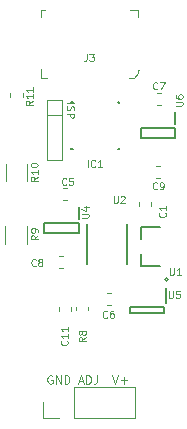
<source format=gbr>
G04 #@! TF.GenerationSoftware,KiCad,Pcbnew,5.1.8-db9833491~88~ubuntu20.04.1*
G04 #@! TF.CreationDate,2021-01-29T13:44:14-05:00*
G04 #@! TF.ProjectId,pmtcmini-h10770,706d7463-6d69-46e6-992d-683130373730,rev?*
G04 #@! TF.SameCoordinates,Original*
G04 #@! TF.FileFunction,Legend,Top*
G04 #@! TF.FilePolarity,Positive*
%FSLAX46Y46*%
G04 Gerber Fmt 4.6, Leading zero omitted, Abs format (unit mm)*
G04 Created by KiCad (PCBNEW 5.1.8-db9833491~88~ubuntu20.04.1) date 2021-01-29 13:44:14*
%MOMM*%
%LPD*%
G01*
G04 APERTURE LIST*
%ADD10C,0.100000*%
%ADD11C,0.200000*%
%ADD12C,0.152400*%
%ADD13C,0.120000*%
%ADD14C,0.127000*%
G04 APERTURE END LIST*
D10*
X132116666Y-83450000D02*
X132050000Y-83416666D01*
X131950000Y-83416666D01*
X131850000Y-83450000D01*
X131783333Y-83516666D01*
X131750000Y-83583333D01*
X131716666Y-83716666D01*
X131716666Y-83816666D01*
X131750000Y-83950000D01*
X131783333Y-84016666D01*
X131850000Y-84083333D01*
X131950000Y-84116666D01*
X132016666Y-84116666D01*
X132116666Y-84083333D01*
X132150000Y-84050000D01*
X132150000Y-83816666D01*
X132016666Y-83816666D01*
X132450000Y-84116666D02*
X132450000Y-83416666D01*
X132850000Y-84116666D01*
X132850000Y-83416666D01*
X133183333Y-84116666D02*
X133183333Y-83416666D01*
X133350000Y-83416666D01*
X133450000Y-83450000D01*
X133516666Y-83516666D01*
X133550000Y-83583333D01*
X133583333Y-83716666D01*
X133583333Y-83816666D01*
X133550000Y-83950000D01*
X133516666Y-84016666D01*
X133450000Y-84083333D01*
X133350000Y-84116666D01*
X133183333Y-84116666D01*
X134383333Y-83916666D02*
X134716666Y-83916666D01*
X134316666Y-84116666D02*
X134550000Y-83416666D01*
X134783333Y-84116666D01*
X135016666Y-84116666D02*
X135016666Y-83416666D01*
X135183333Y-83416666D01*
X135283333Y-83450000D01*
X135350000Y-83516666D01*
X135383333Y-83583333D01*
X135416666Y-83716666D01*
X135416666Y-83816666D01*
X135383333Y-83950000D01*
X135350000Y-84016666D01*
X135283333Y-84083333D01*
X135183333Y-84116666D01*
X135016666Y-84116666D01*
X135916666Y-83416666D02*
X135916666Y-83916666D01*
X135883333Y-84016666D01*
X135816666Y-84083333D01*
X135716666Y-84116666D01*
X135650000Y-84116666D01*
X137216666Y-83416666D02*
X137450000Y-84116666D01*
X137683333Y-83416666D01*
X137916666Y-83850000D02*
X138450000Y-83850000D01*
X138183333Y-84116666D02*
X138183333Y-83583333D01*
D11*
X141750000Y-76025000D02*
X141750000Y-77275000D01*
X138700000Y-77625000D02*
X141600000Y-77625000D01*
X138700000Y-78175000D02*
X138700000Y-77625000D01*
X141600000Y-78175000D02*
X138700000Y-78175000D01*
X141600000Y-77625000D02*
X141600000Y-78175000D01*
D12*
X138426400Y-73976400D02*
X138426400Y-70623600D01*
X135073600Y-70623600D02*
X135073600Y-73976400D01*
X141770800Y-75421000D02*
G75*
G02*
X141770800Y-75167000I0J127000D01*
G01*
X141770800Y-75167000D02*
G75*
G02*
X141770800Y-75421000I0J-127000D01*
G01*
X139637200Y-74151000D02*
X141262800Y-74151000D01*
X139637200Y-70849000D02*
X139637200Y-71890400D01*
X141262800Y-70849000D02*
X139637200Y-70849000D01*
X139637200Y-73109600D02*
X139637200Y-74151000D01*
D13*
X128190000Y-66952064D02*
X128190000Y-65497936D01*
X130010000Y-66952064D02*
X130010000Y-65497936D01*
X128140000Y-72252064D02*
X128140000Y-70797936D01*
X129960000Y-72252064D02*
X129960000Y-70797936D01*
X132985000Y-60775000D02*
X132985000Y-65220000D01*
X132985000Y-65220000D02*
X131715000Y-65220000D01*
X131715000Y-65220000D02*
X131715000Y-60775000D01*
X131715000Y-60775000D02*
X131715000Y-60140000D01*
X131715000Y-60140000D02*
X132985000Y-60140000D01*
X132985000Y-60140000D02*
X132985000Y-60775000D01*
X132985000Y-61410000D02*
X131715000Y-61410000D01*
D10*
X133900000Y-64650000D02*
G75*
G03*
X133900000Y-64650000I-50000J0D01*
G01*
D14*
X133750000Y-60250000D02*
X133750000Y-60350000D01*
X133850000Y-60250000D02*
X133750000Y-60250000D01*
X137750000Y-60250000D02*
X137650000Y-60250000D01*
X137750000Y-60350000D02*
X137750000Y-60250000D01*
X137750000Y-64250000D02*
X137750000Y-64150000D01*
X137650000Y-64250000D02*
X137750000Y-64250000D01*
X133750000Y-64250000D02*
X133850000Y-64250000D01*
X133750000Y-64150000D02*
X133750000Y-64250000D01*
D13*
X136737221Y-76440000D02*
X137062779Y-76440000D01*
X136737221Y-77460000D02*
X137062779Y-77460000D01*
X139110000Y-87030000D02*
X139110000Y-84370000D01*
X133970000Y-87030000D02*
X139110000Y-87030000D01*
X133970000Y-84370000D02*
X139110000Y-84370000D01*
X133970000Y-87030000D02*
X133970000Y-84370000D01*
X132700000Y-87030000D02*
X131370000Y-87030000D01*
X131370000Y-87030000D02*
X131370000Y-85700000D01*
X128590000Y-59537221D02*
X128590000Y-59862779D01*
X129610000Y-59537221D02*
X129610000Y-59862779D01*
X135160000Y-77912779D02*
X135160000Y-77587221D01*
X134140000Y-77912779D02*
X134140000Y-77587221D01*
X132665000Y-77950279D02*
X132665000Y-77624721D01*
X133685000Y-77950279D02*
X133685000Y-77624721D01*
X140912221Y-65690000D02*
X141237779Y-65690000D01*
X140912221Y-66710000D02*
X141237779Y-66710000D01*
X132737221Y-73340000D02*
X133062779Y-73340000D01*
X132737221Y-74360000D02*
X133062779Y-74360000D01*
X141312779Y-60560000D02*
X140987221Y-60560000D01*
X141312779Y-59540000D02*
X140987221Y-59540000D01*
X133387779Y-68535000D02*
X133062221Y-68535000D01*
X133387779Y-67515000D02*
X133062221Y-67515000D01*
X139490000Y-69062779D02*
X139490000Y-68737221D01*
X140510000Y-69062779D02*
X140510000Y-68737221D01*
D11*
X142525000Y-61075000D02*
X142525000Y-62125000D01*
X139600000Y-62475000D02*
X142500000Y-62475000D01*
X139600000Y-63325000D02*
X139600000Y-62475000D01*
X142500000Y-63325000D02*
X139600000Y-63325000D01*
X142500000Y-62475000D02*
X142500000Y-63325000D01*
X134375000Y-69125000D02*
X134375000Y-70175000D01*
X131450000Y-70525000D02*
X134350000Y-70525000D01*
X131450000Y-71375000D02*
X131450000Y-70525000D01*
X134350000Y-71375000D02*
X131450000Y-71375000D01*
X134350000Y-70525000D02*
X134350000Y-71375000D01*
D10*
X139350000Y-53050000D02*
X139350000Y-52500000D01*
X139350000Y-52500000D02*
X138700000Y-52500000D01*
X131150000Y-53100000D02*
X131150000Y-52500000D01*
X131150000Y-52500000D02*
X131550000Y-52500000D01*
X131650000Y-58200000D02*
X131150000Y-58200000D01*
X131150000Y-58200000D02*
X131150000Y-57500000D01*
X138600000Y-58200000D02*
X139050000Y-58200000D01*
X139050000Y-58200000D02*
X139350000Y-57850000D01*
X139350000Y-57850000D02*
X139350000Y-57550000D01*
X139350000Y-57550000D02*
X139500000Y-57550000D01*
X141992857Y-76271428D02*
X141992857Y-76757142D01*
X142021428Y-76814285D01*
X142050000Y-76842857D01*
X142107142Y-76871428D01*
X142221428Y-76871428D01*
X142278571Y-76842857D01*
X142307142Y-76814285D01*
X142335714Y-76757142D01*
X142335714Y-76271428D01*
X142907142Y-76271428D02*
X142621428Y-76271428D01*
X142592857Y-76557142D01*
X142621428Y-76528571D01*
X142678571Y-76500000D01*
X142821428Y-76500000D01*
X142878571Y-76528571D01*
X142907142Y-76557142D01*
X142935714Y-76614285D01*
X142935714Y-76757142D01*
X142907142Y-76814285D01*
X142878571Y-76842857D01*
X142821428Y-76871428D01*
X142678571Y-76871428D01*
X142621428Y-76842857D01*
X142592857Y-76814285D01*
X137317857Y-68221428D02*
X137317857Y-68707142D01*
X137346428Y-68764285D01*
X137375000Y-68792857D01*
X137432142Y-68821428D01*
X137546428Y-68821428D01*
X137603571Y-68792857D01*
X137632142Y-68764285D01*
X137660714Y-68707142D01*
X137660714Y-68221428D01*
X137917857Y-68278571D02*
X137946428Y-68250000D01*
X138003571Y-68221428D01*
X138146428Y-68221428D01*
X138203571Y-68250000D01*
X138232142Y-68278571D01*
X138260714Y-68335714D01*
X138260714Y-68392857D01*
X138232142Y-68478571D01*
X137889285Y-68821428D01*
X138260714Y-68821428D01*
X142067857Y-74321428D02*
X142067857Y-74807142D01*
X142096428Y-74864285D01*
X142125000Y-74892857D01*
X142182142Y-74921428D01*
X142296428Y-74921428D01*
X142353571Y-74892857D01*
X142382142Y-74864285D01*
X142410714Y-74807142D01*
X142410714Y-74321428D01*
X143010714Y-74921428D02*
X142667857Y-74921428D01*
X142839285Y-74921428D02*
X142839285Y-74321428D01*
X142782142Y-74407142D01*
X142725000Y-74464285D01*
X142667857Y-74492857D01*
X130896428Y-66585714D02*
X130610714Y-66785714D01*
X130896428Y-66928571D02*
X130296428Y-66928571D01*
X130296428Y-66700000D01*
X130325000Y-66642857D01*
X130353571Y-66614285D01*
X130410714Y-66585714D01*
X130496428Y-66585714D01*
X130553571Y-66614285D01*
X130582142Y-66642857D01*
X130610714Y-66700000D01*
X130610714Y-66928571D01*
X130896428Y-66014285D02*
X130896428Y-66357142D01*
X130896428Y-66185714D02*
X130296428Y-66185714D01*
X130382142Y-66242857D01*
X130439285Y-66300000D01*
X130467857Y-66357142D01*
X130296428Y-65642857D02*
X130296428Y-65585714D01*
X130325000Y-65528571D01*
X130353571Y-65500000D01*
X130410714Y-65471428D01*
X130525000Y-65442857D01*
X130667857Y-65442857D01*
X130782142Y-65471428D01*
X130839285Y-65500000D01*
X130867857Y-65528571D01*
X130896428Y-65585714D01*
X130896428Y-65642857D01*
X130867857Y-65700000D01*
X130839285Y-65728571D01*
X130782142Y-65757142D01*
X130667857Y-65785714D01*
X130525000Y-65785714D01*
X130410714Y-65757142D01*
X130353571Y-65728571D01*
X130325000Y-65700000D01*
X130296428Y-65642857D01*
X130921428Y-71550000D02*
X130635714Y-71750000D01*
X130921428Y-71892857D02*
X130321428Y-71892857D01*
X130321428Y-71664285D01*
X130350000Y-71607142D01*
X130378571Y-71578571D01*
X130435714Y-71550000D01*
X130521428Y-71550000D01*
X130578571Y-71578571D01*
X130607142Y-71607142D01*
X130635714Y-71664285D01*
X130635714Y-71892857D01*
X130921428Y-71264285D02*
X130921428Y-71150000D01*
X130892857Y-71092857D01*
X130864285Y-71064285D01*
X130778571Y-71007142D01*
X130664285Y-70978571D01*
X130435714Y-70978571D01*
X130378571Y-71007142D01*
X130350000Y-71035714D01*
X130321428Y-71092857D01*
X130321428Y-71207142D01*
X130350000Y-71264285D01*
X130378571Y-71292857D01*
X130435714Y-71321428D01*
X130578571Y-71321428D01*
X130635714Y-71292857D01*
X130664285Y-71264285D01*
X130692857Y-71207142D01*
X130692857Y-71092857D01*
X130664285Y-71035714D01*
X130635714Y-71007142D01*
X130578571Y-70978571D01*
X133378571Y-60389285D02*
X133978571Y-60389285D01*
X133407142Y-60646428D02*
X133378571Y-60732142D01*
X133378571Y-60875000D01*
X133407142Y-60932142D01*
X133435714Y-60960714D01*
X133492857Y-60989285D01*
X133550000Y-60989285D01*
X133607142Y-60960714D01*
X133635714Y-60932142D01*
X133664285Y-60875000D01*
X133692857Y-60760714D01*
X133721428Y-60703571D01*
X133750000Y-60675000D01*
X133807142Y-60646428D01*
X133864285Y-60646428D01*
X133921428Y-60675000D01*
X133950000Y-60703571D01*
X133978571Y-60760714D01*
X133978571Y-60903571D01*
X133950000Y-60989285D01*
X133378571Y-61246428D02*
X133978571Y-61246428D01*
X133978571Y-61475000D01*
X133950000Y-61532142D01*
X133921428Y-61560714D01*
X133864285Y-61589285D01*
X133778571Y-61589285D01*
X133721428Y-61560714D01*
X133692857Y-61532142D01*
X133664285Y-61475000D01*
X133664285Y-61246428D01*
X135114285Y-65771428D02*
X135114285Y-65171428D01*
X135742857Y-65714285D02*
X135714285Y-65742857D01*
X135628571Y-65771428D01*
X135571428Y-65771428D01*
X135485714Y-65742857D01*
X135428571Y-65685714D01*
X135400000Y-65628571D01*
X135371428Y-65514285D01*
X135371428Y-65428571D01*
X135400000Y-65314285D01*
X135428571Y-65257142D01*
X135485714Y-65200000D01*
X135571428Y-65171428D01*
X135628571Y-65171428D01*
X135714285Y-65200000D01*
X135742857Y-65228571D01*
X136314285Y-65771428D02*
X135971428Y-65771428D01*
X136142857Y-65771428D02*
X136142857Y-65171428D01*
X136085714Y-65257142D01*
X136028571Y-65314285D01*
X135971428Y-65342857D01*
X136775000Y-78489285D02*
X136746428Y-78517857D01*
X136660714Y-78546428D01*
X136603571Y-78546428D01*
X136517857Y-78517857D01*
X136460714Y-78460714D01*
X136432142Y-78403571D01*
X136403571Y-78289285D01*
X136403571Y-78203571D01*
X136432142Y-78089285D01*
X136460714Y-78032142D01*
X136517857Y-77975000D01*
X136603571Y-77946428D01*
X136660714Y-77946428D01*
X136746428Y-77975000D01*
X136775000Y-78003571D01*
X137289285Y-77946428D02*
X137175000Y-77946428D01*
X137117857Y-77975000D01*
X137089285Y-78003571D01*
X137032142Y-78089285D01*
X137003571Y-78203571D01*
X137003571Y-78432142D01*
X137032142Y-78489285D01*
X137060714Y-78517857D01*
X137117857Y-78546428D01*
X137232142Y-78546428D01*
X137289285Y-78517857D01*
X137317857Y-78489285D01*
X137346428Y-78432142D01*
X137346428Y-78289285D01*
X137317857Y-78232142D01*
X137289285Y-78203571D01*
X137232142Y-78175000D01*
X137117857Y-78175000D01*
X137060714Y-78203571D01*
X137032142Y-78232142D01*
X137003571Y-78289285D01*
X130471428Y-60185714D02*
X130185714Y-60385714D01*
X130471428Y-60528571D02*
X129871428Y-60528571D01*
X129871428Y-60300000D01*
X129900000Y-60242857D01*
X129928571Y-60214285D01*
X129985714Y-60185714D01*
X130071428Y-60185714D01*
X130128571Y-60214285D01*
X130157142Y-60242857D01*
X130185714Y-60300000D01*
X130185714Y-60528571D01*
X130471428Y-59614285D02*
X130471428Y-59957142D01*
X130471428Y-59785714D02*
X129871428Y-59785714D01*
X129957142Y-59842857D01*
X130014285Y-59900000D01*
X130042857Y-59957142D01*
X130471428Y-59042857D02*
X130471428Y-59385714D01*
X130471428Y-59214285D02*
X129871428Y-59214285D01*
X129957142Y-59271428D01*
X130014285Y-59328571D01*
X130042857Y-59385714D01*
X134971428Y-80200000D02*
X134685714Y-80400000D01*
X134971428Y-80542857D02*
X134371428Y-80542857D01*
X134371428Y-80314285D01*
X134400000Y-80257142D01*
X134428571Y-80228571D01*
X134485714Y-80200000D01*
X134571428Y-80200000D01*
X134628571Y-80228571D01*
X134657142Y-80257142D01*
X134685714Y-80314285D01*
X134685714Y-80542857D01*
X134628571Y-79857142D02*
X134600000Y-79914285D01*
X134571428Y-79942857D01*
X134514285Y-79971428D01*
X134485714Y-79971428D01*
X134428571Y-79942857D01*
X134400000Y-79914285D01*
X134371428Y-79857142D01*
X134371428Y-79742857D01*
X134400000Y-79685714D01*
X134428571Y-79657142D01*
X134485714Y-79628571D01*
X134514285Y-79628571D01*
X134571428Y-79657142D01*
X134600000Y-79685714D01*
X134628571Y-79742857D01*
X134628571Y-79857142D01*
X134657142Y-79914285D01*
X134685714Y-79942857D01*
X134742857Y-79971428D01*
X134857142Y-79971428D01*
X134914285Y-79942857D01*
X134942857Y-79914285D01*
X134971428Y-79857142D01*
X134971428Y-79742857D01*
X134942857Y-79685714D01*
X134914285Y-79657142D01*
X134857142Y-79628571D01*
X134742857Y-79628571D01*
X134685714Y-79657142D01*
X134657142Y-79685714D01*
X134628571Y-79742857D01*
X133379285Y-80485714D02*
X133407857Y-80514285D01*
X133436428Y-80600000D01*
X133436428Y-80657142D01*
X133407857Y-80742857D01*
X133350714Y-80800000D01*
X133293571Y-80828571D01*
X133179285Y-80857142D01*
X133093571Y-80857142D01*
X132979285Y-80828571D01*
X132922142Y-80800000D01*
X132865000Y-80742857D01*
X132836428Y-80657142D01*
X132836428Y-80600000D01*
X132865000Y-80514285D01*
X132893571Y-80485714D01*
X133436428Y-79914285D02*
X133436428Y-80257142D01*
X133436428Y-80085714D02*
X132836428Y-80085714D01*
X132922142Y-80142857D01*
X132979285Y-80200000D01*
X133007857Y-80257142D01*
X133436428Y-79342857D02*
X133436428Y-79685714D01*
X133436428Y-79514285D02*
X132836428Y-79514285D01*
X132922142Y-79571428D01*
X132979285Y-79628571D01*
X133007857Y-79685714D01*
X141000000Y-67614285D02*
X140971428Y-67642857D01*
X140885714Y-67671428D01*
X140828571Y-67671428D01*
X140742857Y-67642857D01*
X140685714Y-67585714D01*
X140657142Y-67528571D01*
X140628571Y-67414285D01*
X140628571Y-67328571D01*
X140657142Y-67214285D01*
X140685714Y-67157142D01*
X140742857Y-67100000D01*
X140828571Y-67071428D01*
X140885714Y-67071428D01*
X140971428Y-67100000D01*
X141000000Y-67128571D01*
X141285714Y-67671428D02*
X141400000Y-67671428D01*
X141457142Y-67642857D01*
X141485714Y-67614285D01*
X141542857Y-67528571D01*
X141571428Y-67414285D01*
X141571428Y-67185714D01*
X141542857Y-67128571D01*
X141514285Y-67100000D01*
X141457142Y-67071428D01*
X141342857Y-67071428D01*
X141285714Y-67100000D01*
X141257142Y-67128571D01*
X141228571Y-67185714D01*
X141228571Y-67328571D01*
X141257142Y-67385714D01*
X141285714Y-67414285D01*
X141342857Y-67442857D01*
X141457142Y-67442857D01*
X141514285Y-67414285D01*
X141542857Y-67385714D01*
X141571428Y-67328571D01*
X130725000Y-74114285D02*
X130696428Y-74142857D01*
X130610714Y-74171428D01*
X130553571Y-74171428D01*
X130467857Y-74142857D01*
X130410714Y-74085714D01*
X130382142Y-74028571D01*
X130353571Y-73914285D01*
X130353571Y-73828571D01*
X130382142Y-73714285D01*
X130410714Y-73657142D01*
X130467857Y-73600000D01*
X130553571Y-73571428D01*
X130610714Y-73571428D01*
X130696428Y-73600000D01*
X130725000Y-73628571D01*
X131067857Y-73828571D02*
X131010714Y-73800000D01*
X130982142Y-73771428D01*
X130953571Y-73714285D01*
X130953571Y-73685714D01*
X130982142Y-73628571D01*
X131010714Y-73600000D01*
X131067857Y-73571428D01*
X131182142Y-73571428D01*
X131239285Y-73600000D01*
X131267857Y-73628571D01*
X131296428Y-73685714D01*
X131296428Y-73714285D01*
X131267857Y-73771428D01*
X131239285Y-73800000D01*
X131182142Y-73828571D01*
X131067857Y-73828571D01*
X131010714Y-73857142D01*
X130982142Y-73885714D01*
X130953571Y-73942857D01*
X130953571Y-74057142D01*
X130982142Y-74114285D01*
X131010714Y-74142857D01*
X131067857Y-74171428D01*
X131182142Y-74171428D01*
X131239285Y-74142857D01*
X131267857Y-74114285D01*
X131296428Y-74057142D01*
X131296428Y-73942857D01*
X131267857Y-73885714D01*
X131239285Y-73857142D01*
X131182142Y-73828571D01*
X141030000Y-59154285D02*
X141001428Y-59182857D01*
X140915714Y-59211428D01*
X140858571Y-59211428D01*
X140772857Y-59182857D01*
X140715714Y-59125714D01*
X140687142Y-59068571D01*
X140658571Y-58954285D01*
X140658571Y-58868571D01*
X140687142Y-58754285D01*
X140715714Y-58697142D01*
X140772857Y-58640000D01*
X140858571Y-58611428D01*
X140915714Y-58611428D01*
X141001428Y-58640000D01*
X141030000Y-58668571D01*
X141230000Y-58611428D02*
X141630000Y-58611428D01*
X141372857Y-59211428D01*
X133325000Y-67239285D02*
X133296428Y-67267857D01*
X133210714Y-67296428D01*
X133153571Y-67296428D01*
X133067857Y-67267857D01*
X133010714Y-67210714D01*
X132982142Y-67153571D01*
X132953571Y-67039285D01*
X132953571Y-66953571D01*
X132982142Y-66839285D01*
X133010714Y-66782142D01*
X133067857Y-66725000D01*
X133153571Y-66696428D01*
X133210714Y-66696428D01*
X133296428Y-66725000D01*
X133325000Y-66753571D01*
X133867857Y-66696428D02*
X133582142Y-66696428D01*
X133553571Y-66982142D01*
X133582142Y-66953571D01*
X133639285Y-66925000D01*
X133782142Y-66925000D01*
X133839285Y-66953571D01*
X133867857Y-66982142D01*
X133896428Y-67039285D01*
X133896428Y-67182142D01*
X133867857Y-67239285D01*
X133839285Y-67267857D01*
X133782142Y-67296428D01*
X133639285Y-67296428D01*
X133582142Y-67267857D01*
X133553571Y-67239285D01*
X141689285Y-69637500D02*
X141717857Y-69666071D01*
X141746428Y-69751785D01*
X141746428Y-69808928D01*
X141717857Y-69894642D01*
X141660714Y-69951785D01*
X141603571Y-69980357D01*
X141489285Y-70008928D01*
X141403571Y-70008928D01*
X141289285Y-69980357D01*
X141232142Y-69951785D01*
X141175000Y-69894642D01*
X141146428Y-69808928D01*
X141146428Y-69751785D01*
X141175000Y-69666071D01*
X141203571Y-69637500D01*
X141746428Y-69066071D02*
X141746428Y-69408928D01*
X141746428Y-69237500D02*
X141146428Y-69237500D01*
X141232142Y-69294642D01*
X141289285Y-69351785D01*
X141317857Y-69408928D01*
X142561428Y-60577142D02*
X143047142Y-60577142D01*
X143104285Y-60548571D01*
X143132857Y-60520000D01*
X143161428Y-60462857D01*
X143161428Y-60348571D01*
X143132857Y-60291428D01*
X143104285Y-60262857D01*
X143047142Y-60234285D01*
X142561428Y-60234285D01*
X142561428Y-59691428D02*
X142561428Y-59805714D01*
X142590000Y-59862857D01*
X142618571Y-59891428D01*
X142704285Y-59948571D01*
X142818571Y-59977142D01*
X143047142Y-59977142D01*
X143104285Y-59948571D01*
X143132857Y-59920000D01*
X143161428Y-59862857D01*
X143161428Y-59748571D01*
X143132857Y-59691428D01*
X143104285Y-59662857D01*
X143047142Y-59634285D01*
X142904285Y-59634285D01*
X142847142Y-59662857D01*
X142818571Y-59691428D01*
X142790000Y-59748571D01*
X142790000Y-59862857D01*
X142818571Y-59920000D01*
X142847142Y-59948571D01*
X142904285Y-59977142D01*
X134621428Y-70077142D02*
X135107142Y-70077142D01*
X135164285Y-70048571D01*
X135192857Y-70020000D01*
X135221428Y-69962857D01*
X135221428Y-69848571D01*
X135192857Y-69791428D01*
X135164285Y-69762857D01*
X135107142Y-69734285D01*
X134621428Y-69734285D01*
X134821428Y-69191428D02*
X135221428Y-69191428D01*
X134592857Y-69334285D02*
X135021428Y-69477142D01*
X135021428Y-69105714D01*
X135050000Y-56191428D02*
X135050000Y-56620000D01*
X135021428Y-56705714D01*
X134964285Y-56762857D01*
X134878571Y-56791428D01*
X134821428Y-56791428D01*
X135278571Y-56191428D02*
X135650000Y-56191428D01*
X135450000Y-56420000D01*
X135535714Y-56420000D01*
X135592857Y-56448571D01*
X135621428Y-56477142D01*
X135650000Y-56534285D01*
X135650000Y-56677142D01*
X135621428Y-56734285D01*
X135592857Y-56762857D01*
X135535714Y-56791428D01*
X135364285Y-56791428D01*
X135307142Y-56762857D01*
X135278571Y-56734285D01*
M02*

</source>
